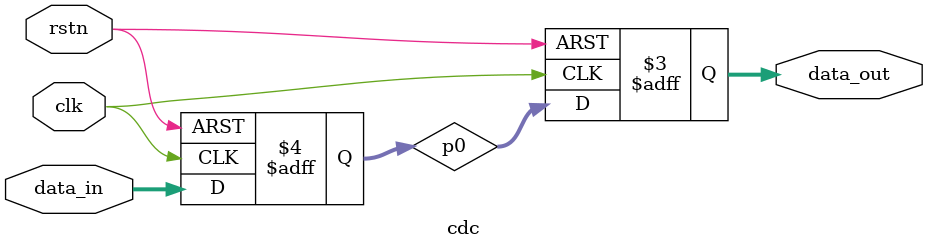
<source format=v>
module cdc #(
    parameter WIDTH = 32
) (
    input wire clk, rstn,
    input wire [WIDTH-1:0] data_in,
    output reg [WIDTH-1:0] data_out
);

reg [WIDTH-1:0] p0;

always @(posedge clk, negedge rstn)
    if(~rstn) begin
        p0 <= 0;
        data_out <= 0;
    end
    else
        {data_out, p0} <= {p0, data_in};

endmodule

</source>
